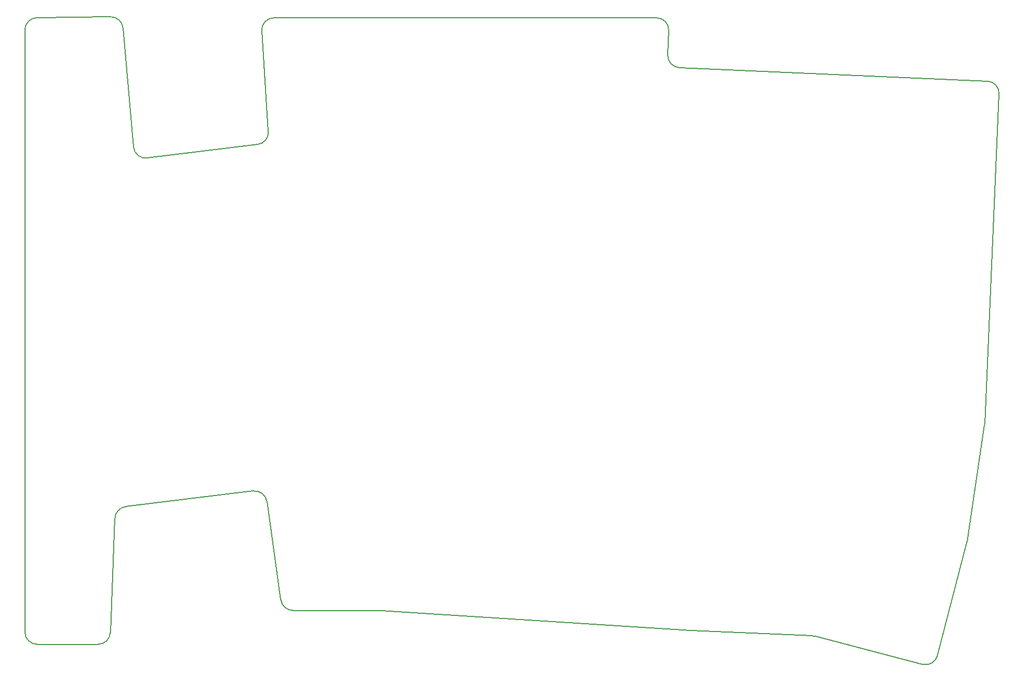
<source format=gm1>
G04 #@! TF.GenerationSoftware,KiCad,Pcbnew,8.0.5-dirty*
G04 #@! TF.CreationDate,2024-10-14T16:09:00+03:00*
G04 #@! TF.ProjectId,Kivipallur_plate,4b697669-7061-46c6-9c75-725f706c6174,1*
G04 #@! TF.SameCoordinates,Original*
G04 #@! TF.FileFunction,Profile,NP*
%FSLAX46Y46*%
G04 Gerber Fmt 4.6, Leading zero omitted, Abs format (unit mm)*
G04 Created by KiCad (PCBNEW 8.0.5-dirty) date 2024-10-14 16:09:00*
%MOMM*%
%LPD*%
G01*
G04 APERTURE LIST*
G04 #@! TA.AperFunction,Profile*
%ADD10C,0.150000*%
G04 #@! TD*
G04 APERTURE END LIST*
D10*
X152716688Y-77512965D02*
X214794583Y-77512965D01*
X170014612Y-173812965D02*
X155815363Y-173812965D01*
X257968268Y-182570653D02*
X240542215Y-178015445D01*
X149337998Y-154407550D02*
G75*
G02*
X151561731Y-156111010I243702J-1985050D01*
G01*
X151804192Y-95983404D02*
X150721068Y-79645263D01*
X132147689Y-100299206D02*
X150052311Y-98100794D01*
X150721068Y-79645263D02*
G75*
G02*
X152716688Y-77512990I1995632J132263D01*
G01*
X265140525Y-162846283D02*
X260410371Y-181136431D01*
X220376749Y-177090164D02*
G75*
G02*
X220333932Y-177087833I87051J1993564D01*
G01*
X114279709Y-179312965D02*
G75*
G02*
X112279735Y-177312965I-9J1999965D01*
G01*
X155815364Y-173812965D02*
G75*
G02*
X153835359Y-172094599I36J1999965D01*
G01*
X153835293Y-172094608D02*
X151561807Y-156110999D01*
X220333931Y-177087834D02*
X170144668Y-173817199D01*
X126156682Y-177393086D02*
G75*
G02*
X124158288Y-179312986I-1998382J80086D01*
G01*
X126900044Y-158852110D02*
X126156683Y-177393087D01*
X128210358Y-79173802D02*
X129911663Y-98489591D01*
X240123645Y-177952331D02*
X220376749Y-177090163D01*
X265181686Y-162644965D02*
G75*
G02*
X265140527Y-162846283I-1977186J299365D01*
G01*
X260410371Y-181136430D02*
G75*
G02*
X257968270Y-182570645I-1936271J500730D01*
G01*
X126194566Y-77349417D02*
G75*
G02*
X128210406Y-79173798I23534J-1999883D01*
G01*
X240123645Y-177952331D02*
G75*
G02*
X240542214Y-178015447I-87245J-1998069D01*
G01*
X218539377Y-85622962D02*
G75*
G02*
X216628373Y-83541550I87223J1998062D01*
G01*
X214794584Y-77512965D02*
G75*
G02*
X216792900Y-79596284I16J-2000035D01*
G01*
X268495706Y-87804103D02*
G75*
G02*
X270406596Y-89889439I-87206J-1998097D01*
G01*
X270406563Y-89889438D02*
X268064497Y-143531579D01*
X268064497Y-143531578D02*
G75*
G02*
X268043861Y-143743783I-1997897J87178D01*
G01*
X268043857Y-143743782D02*
X265181687Y-162644965D01*
X124158288Y-179312965D02*
X114279709Y-179312965D01*
X151804192Y-95983405D02*
G75*
G02*
X150052308Y-98100768I-1995592J-132295D01*
G01*
X112279709Y-79489597D02*
G75*
G02*
X114256204Y-77489747I1999991J-3D01*
G01*
X132147689Y-100299205D02*
G75*
G02*
X129911707Y-98489587I-243689J1985105D01*
G01*
X218539376Y-85622962D02*
X268495706Y-87804102D01*
X149337998Y-154407549D02*
X128654700Y-156947139D01*
X126900045Y-158852110D02*
G75*
G02*
X128654701Y-156947144I1998355J-80090D01*
G01*
X114256204Y-77489735D02*
X126194566Y-77349417D01*
X216792847Y-79596282D02*
X216628351Y-83541549D01*
X170014612Y-173812966D02*
G75*
G02*
X170144668Y-173817198I-12J-2000934D01*
G01*
X112279709Y-177312965D02*
X112279709Y-79489597D01*
M02*

</source>
